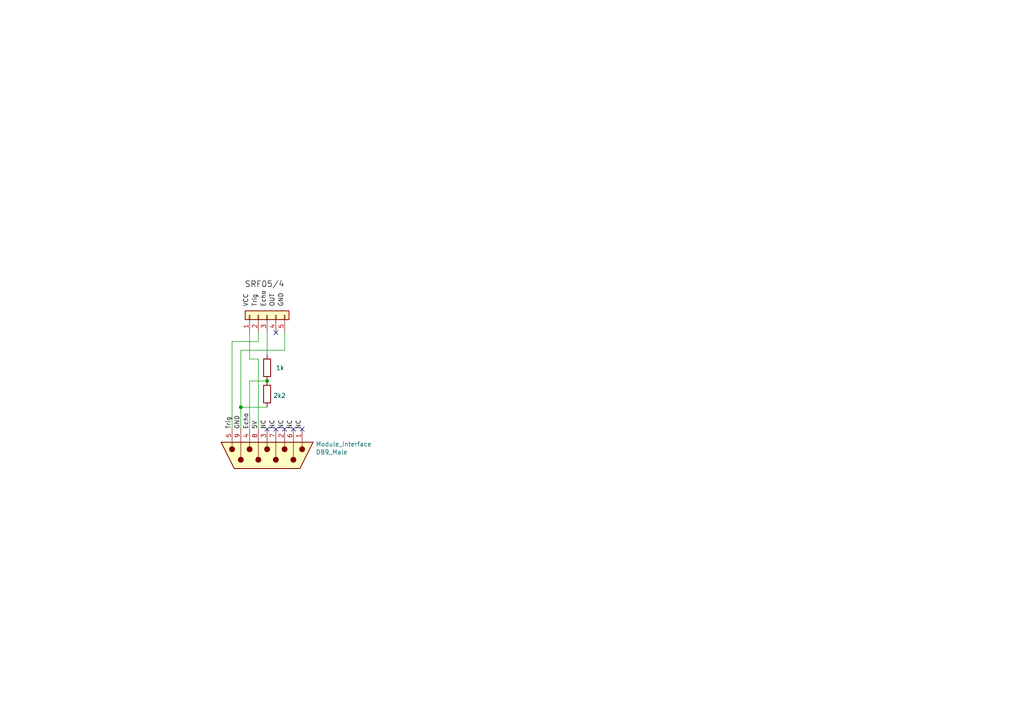
<source format=kicad_sch>
(kicad_sch (version 20211123) (generator eeschema)
  (paper "A4")
  (lib_symbols
    (symbol "Connector:DB9_Male" (pin_names (offset 1.016) hide)
      (property "Reference" "J" (at 0 13.97 0))
      (property "Value" "DB9_Male" (at 0 -14.605 0))
      (symbol "DB9_Male_0_1"
        (circle (center -1.778 -10.16) (radius 0.762) (fill (type outline)))
        (circle (center -1.778 -5.08) (radius 0.762) (fill (type outline)))
        (circle (center -1.778 0) (radius 0.762) (fill (type outline)))
        (circle (center -1.778 5.08) (radius 0.762) (fill (type outline)))
        (circle (center -1.778 10.16) (radius 0.762) (fill (type outline)))
        (polyline (pts (xy -3.81 -10.16) (xy -2.54 -10.16)))
        (polyline (pts (xy -3.81 -7.62) (xy 0.508 -7.62)))
        (polyline (pts (xy -3.81 -5.08) (xy -2.54 -5.08)))
        (polyline (pts (xy -3.81 -2.54) (xy 0.508 -2.54)))
        (polyline (pts (xy -3.81 0) (xy -2.54 0)))
        (polyline (pts (xy -3.81 2.54) (xy 0.508 2.54)))
        (polyline (pts (xy -3.81 5.08) (xy -2.54 5.08)))
        (polyline (pts (xy -3.81 7.62) (xy 0.508 7.62)))
        (polyline (pts (xy -3.81 10.16) (xy -2.54 10.16)))
        (polyline (pts (xy -3.81 -13.335) (xy -3.81 13.335) (xy 3.81 9.525) (xy 3.81 -9.525) (xy -3.81 -13.335)) (stroke (width 0.254)) (fill (type background)))
        (circle (center 1.27 -7.62) (radius 0.762) (fill (type outline)))
        (circle (center 1.27 -2.54) (radius 0.762) (fill (type outline)))
        (circle (center 1.27 2.54) (radius 0.762) (fill (type outline)))
        (circle (center 1.27 7.62) (radius 0.762) (fill (type outline)))
      )
      (symbol "DB9_Male_1_1"
        (pin passive line (at -7.62 -10.16 0) (length 3.81) (name "1") (number "1"))
        (pin passive line (at -7.62 -5.08 0) (length 3.81) (name "2") (number "2"))
        (pin passive line (at -7.62 0 0) (length 3.81) (name "3") (number "3"))
        (pin passive line (at -7.62 5.08 0) (length 3.81) (name "4") (number "4"))
        (pin passive line (at -7.62 10.16 0) (length 3.81) (name "5") (number "5"))
        (pin passive line (at -7.62 -7.62 0) (length 3.81) (name "6") (number "6"))
        (pin passive line (at -7.62 -2.54 0) (length 3.81) (name "7") (number "7"))
        (pin passive line (at -7.62 2.54 0) (length 3.81) (name "8") (number "8"))
        (pin passive line (at -7.62 7.62 0) (length 3.81) (name "9") (number "9"))
      )
    )
    (symbol "Connector_Generic:Conn_01x05" (pin_names (offset 1.016) hide)
      (property "Reference" "J" (at 0 7.62 0))
      (property "Value" "Conn_01x05" (at 0 -7.62 0))
      (symbol "Conn_01x05_1_1"
        (rectangle (start -1.27 -4.953) (end 0 -5.207) (stroke (width 0.1524)))
        (rectangle (start -1.27 -2.413) (end 0 -2.667) (stroke (width 0.1524)))
        (rectangle (start -1.27 0.127) (end 0 -0.127) (stroke (width 0.1524)))
        (rectangle (start -1.27 2.667) (end 0 2.413) (stroke (width 0.1524)))
        (rectangle (start -1.27 5.207) (end 0 4.953) (stroke (width 0.1524)))
        (rectangle (start -1.27 6.35) (end 1.27 -6.35) (stroke (width 0.254)) (fill (type background)))
        (pin passive line (at -5.08 5.08 0) (length 3.81) (name "Pin_1") (number "1"))
        (pin passive line (at -5.08 2.54 0) (length 3.81) (name "Pin_2") (number "2"))
        (pin passive line (at -5.08 0 0) (length 3.81) (name "Pin_3") (number "3"))
        (pin passive line (at -5.08 -2.54 0) (length 3.81) (name "Pin_4") (number "4"))
        (pin passive line (at -5.08 -5.08 0) (length 3.81) (name "Pin_5") (number "5"))
      )
    )
    (symbol "Device:R" (pin_numbers hide) (pin_names (offset 0))
      (property "Reference" "R" (at 2.032 0 90))
      (property "Value" "R" (at 0 0 90))
      (symbol "R_0_1"
        (rectangle (start -1.016 -2.54) (end 1.016 2.54) (stroke (width 0.254)))
      )
      (symbol "R_1_1"
        (pin passive line (at 0 3.81 270) (length 1.27) (name "~") (number "1"))
        (pin passive line (at 0 -3.81 90) (length 1.27) (name "~") (number "2"))
      )
    )
  )
  (junction (at 69.85 118.11))
  (junction (at 77.47 110.49))
  (no_connect (at 80.01 124.46))
  (no_connect (at 85.09 124.46))
  (no_connect (at 87.63 124.46))
  (no_connect (at 82.55 124.46))
  (no_connect (at 77.47 124.46))
  (no_connect (at 80.01 96.52))
  (wire (pts (xy 69.85 101.6) (xy 82.55 101.6)))
  (wire (pts (xy 72.39 96.52) (xy 72.39 104.14)))
  (wire (pts (xy 74.93 96.52) (xy 74.93 99.06)))
  (wire (pts (xy 69.85 118.11) (xy 69.85 101.6)))
  (wire (pts (xy 77.47 96.52) (xy 77.47 102.87)))
  (wire (pts (xy 67.31 99.06) (xy 67.31 124.46)))
  (wire (pts (xy 72.39 110.49) (xy 72.39 124.46)))
  (wire (pts (xy 74.93 104.14) (xy 74.93 124.46)))
  (wire (pts (xy 69.85 124.46) (xy 69.85 118.11)))
  (wire (pts (xy 82.55 101.6) (xy 82.55 96.52)))
  (wire (pts (xy 74.93 99.06) (xy 67.31 99.06)))
  (wire (pts (xy 77.47 110.49) (xy 72.39 110.49)))
  (wire (pts (xy 69.85 118.11) (xy 77.47 118.11)))
  (wire (pts (xy 72.39 104.14) (xy 74.93 104.14)))
  (label "Trig" (at 67.31 124.46 90))
  (label "GND" (at 82.55 88.9 90))
  (label "NC" (at 85.09 124.46 90))
  (label "NC" (at 87.63 124.46 90))
  (label "Trig" (at 74.93 88.9 90))
  (label "GND" (at 69.85 124.46 90))
  (label "OUT" (at 80.01 88.9 90))
  (label "SRF05{slash}4" (at 82.55 83.82 180) (effects (font (size 1.7 1.7))))
  (label "VCC" (at 72.39 88.9 90))
  (label "Echo" (at 72.39 124.46 90))
  (label "5V" (at 74.93 124.46 90))
  (label "Echo" (at 77.47 88.9 90))
  (label "NC" (at 80.01 124.46 90))
  (label "NC" (at 77.47 124.46 90))
  (label "NC" (at 82.55 124.46 90))
  (symbol (lib_id "Connector:DB9_Male") (at 77.47 132.08 90) (mirror x) (unit 1)
    (property "Reference" "Module_Interface" (at 91.567 128.8288 90) (effects (justify right)))
    (property "Value" "DB9_Male" (at 91.567 131.1402 90) (effects (justify right)))
    (property "Datasheet" " ~" (effects hide))
  )
  (symbol (lib_id "Connector_Generic:Conn_01x05") (at 77.47 91.44 90) (unit 1)
    (property "Reference" "J?" (effects hide))
    (property "Value" "Conn_01x05" (effects hide))
  )
  (symbol (lib_id "Device:R") (at 77.47 114.3 180) (unit 1)
    (property "Reference" "R?" (effects hide))
    (property "Value" "2k2" (at 79.248 114.7338 0) (effects (justify right)))
  )
  (symbol (lib_id "Device:R") (at 77.47 106.68 180) (unit 1)
    (property "Reference" "R?" (effects hide))
    (property "Value" "1k" (at 80.01 106.68 0) (effects (justify right)))
  )
)
</source>
